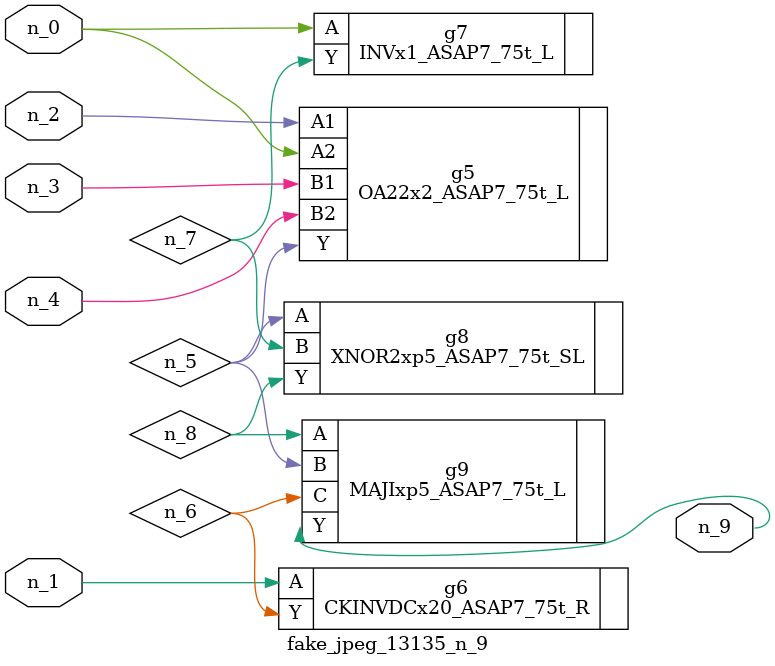
<source format=v>
module fake_jpeg_13135_n_9 (n_3, n_2, n_1, n_0, n_4, n_9);

input n_3;
input n_2;
input n_1;
input n_0;
input n_4;

output n_9;

wire n_8;
wire n_6;
wire n_5;
wire n_7;

OA22x2_ASAP7_75t_L g5 ( 
.A1(n_2),
.A2(n_0),
.B1(n_3),
.B2(n_4),
.Y(n_5)
);

CKINVDCx20_ASAP7_75t_R g6 ( 
.A(n_1),
.Y(n_6)
);

INVx1_ASAP7_75t_L g7 ( 
.A(n_0),
.Y(n_7)
);

XNOR2xp5_ASAP7_75t_SL g8 ( 
.A(n_5),
.B(n_7),
.Y(n_8)
);

MAJIxp5_ASAP7_75t_L g9 ( 
.A(n_8),
.B(n_5),
.C(n_6),
.Y(n_9)
);


endmodule
</source>
